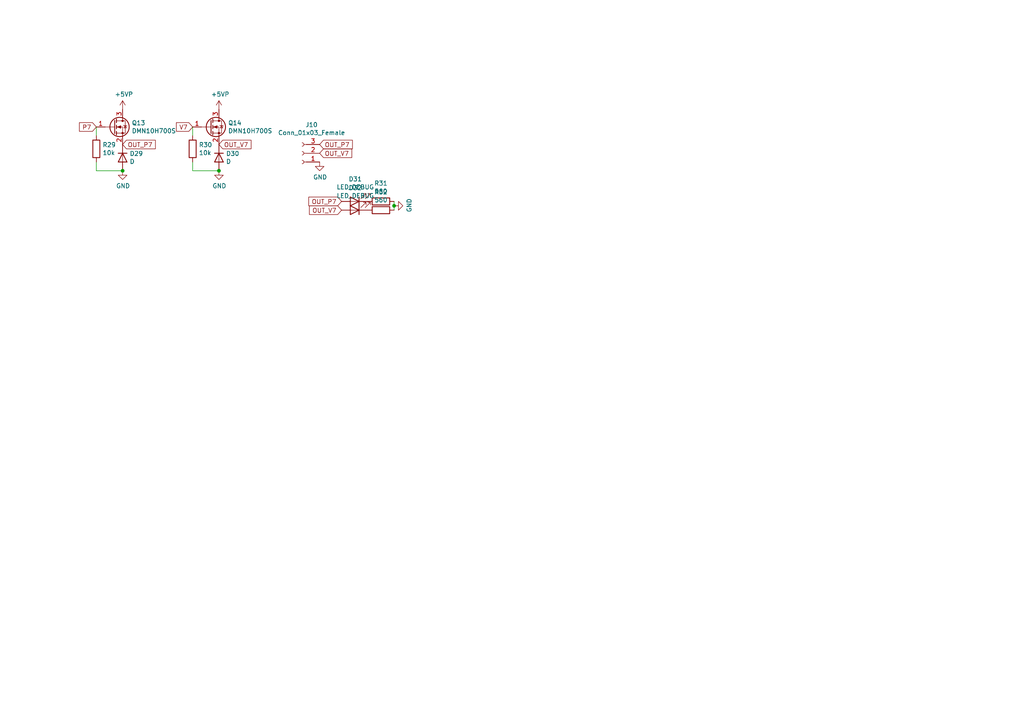
<source format=kicad_sch>
(kicad_sch (version 20211123) (generator eeschema)
  (paper "A4")
  (lib_symbols
    (symbol "Connector:Conn_01x03_Female" (pin_names (offset 1.016) hide)
      (property "Reference" "J" (at 0 5.08 0))
      (property "Value" "Conn_01x03_Female" (at 0 -5.08 0))
      (symbol "Conn_01x03_Female_1_1"
        (arc (start 0 -2.032) (mid -0.508 -2.54) (end 0 -3.048) (stroke (width 0.1524)))
        (polyline (pts (xy -1.27 -2.54) (xy -0.508 -2.54)) (stroke (width 0.1524)))
        (polyline (pts (xy -1.27 0) (xy -0.508 0)) (stroke (width 0.1524)))
        (polyline (pts (xy -1.27 2.54) (xy -0.508 2.54)) (stroke (width 0.1524)))
        (arc (start 0 0.508) (mid -0.508 0) (end 0 -0.508) (stroke (width 0.1524)))
        (arc (start 0 3.048) (mid -0.508 2.54) (end 0 2.032) (stroke (width 0.1524)))
        (pin passive line (at -5.08 2.54 0) (length 3.81) (name "Pin_1") (number "1"))
        (pin passive line (at -5.08 0 0) (length 3.81) (name "Pin_2") (number "2"))
        (pin passive line (at -5.08 -2.54 0) (length 3.81) (name "Pin_3") (number "3"))
      )
    )
    (symbol "Device:D" (pin_numbers hide) (pin_names (offset 1.016) hide)
      (property "Reference" "D" (at 0 2.54 0))
      (property "Value" "D" (at 0 -2.54 0))
      (symbol "D_0_1"
        (polyline (pts (xy -1.27 1.27) (xy -1.27 -1.27)) (stroke (width 0.254)))
        (polyline (pts (xy 1.27 0) (xy -1.27 0)))
        (polyline (pts (xy 1.27 1.27) (xy 1.27 -1.27) (xy -1.27 0) (xy 1.27 1.27)) (stroke (width 0.254)))
      )
      (symbol "D_1_1"
        (pin passive line (at -3.81 0 0) (length 2.54) (name "K") (number "1"))
        (pin passive line (at 3.81 0 180) (length 2.54) (name "A") (number "2"))
      )
    )
    (symbol "Device:LED" (pin_numbers hide) (pin_names (offset 1.016) hide)
      (property "Reference" "D" (at 0 2.54 0))
      (property "Value" "LED" (at 0 -2.54 0))
      (symbol "LED_0_1"
        (polyline (pts (xy -1.27 -1.27) (xy -1.27 1.27)) (stroke (width 0.254)))
        (polyline (pts (xy -1.27 0) (xy 1.27 0)))
        (polyline (pts (xy 1.27 -1.27) (xy 1.27 1.27) (xy -1.27 0) (xy 1.27 -1.27)) (stroke (width 0.254)))
        (polyline (pts (xy -3.048 -0.762) (xy -4.572 -2.286) (xy -3.81 -2.286) (xy -4.572 -2.286) (xy -4.572 -1.524)))
        (polyline (pts (xy -1.778 -0.762) (xy -3.302 -2.286) (xy -2.54 -2.286) (xy -3.302 -2.286) (xy -3.302 -1.524)))
      )
      (symbol "LED_1_1"
        (pin passive line (at -3.81 0 0) (length 2.54) (name "K") (number "1"))
        (pin passive line (at 3.81 0 180) (length 2.54) (name "A") (number "2"))
      )
    )
    (symbol "Device:R" (pin_numbers hide) (pin_names (offset 0))
      (property "Reference" "R" (at 2.032 0 90))
      (property "Value" "R" (at 0 0 90))
      (symbol "R_0_1"
        (rectangle (start -1.016 -2.54) (end 1.016 2.54) (stroke (width 0.254)))
      )
      (symbol "R_1_1"
        (pin passive line (at 0 3.81 270) (length 1.27) (name "~") (number "1"))
        (pin passive line (at 0 -3.81 90) (length 1.27) (name "~") (number "2"))
      )
    )
    (symbol "Transistor_FET:DMN10H700S" (pin_names hide)
      (property "Reference" "Q" (at 5.08 1.905 0))
      (property "Value" "DMN10H700S" (at 5.08 0 0))
      (symbol "DMN10H700S_0_1"
        (polyline (pts (xy 0.254 0) (xy -2.54 0)))
        (polyline (pts (xy 0.254 1.905) (xy 0.254 -1.905)) (stroke (width 0.254)))
        (polyline (pts (xy 0.762 -1.27) (xy 0.762 -2.286)) (stroke (width 0.254)))
        (polyline (pts (xy 0.762 0.508) (xy 0.762 -0.508)) (stroke (width 0.254)))
        (polyline (pts (xy 0.762 2.286) (xy 0.762 1.27)) (stroke (width 0.254)))
        (polyline (pts (xy 2.54 2.54) (xy 2.54 1.778)))
        (polyline (pts (xy 2.54 -2.54) (xy 2.54 0) (xy 0.762 0)))
        (polyline (pts (xy 0.762 -1.778) (xy 3.302 -1.778) (xy 3.302 1.778) (xy 0.762 1.778)))
        (polyline (pts (xy 1.016 0) (xy 2.032 0.381) (xy 2.032 -0.381) (xy 1.016 0)) (fill (type outline)))
        (polyline (pts (xy 2.794 0.508) (xy 2.921 0.381) (xy 3.683 0.381) (xy 3.81 0.254)))
        (polyline (pts (xy 3.302 0.381) (xy 2.921 -0.254) (xy 3.683 -0.254) (xy 3.302 0.381)))
        (circle (center 1.651 0) (radius 2.794) (stroke (width 0.254)))
        (circle (center 2.54 -1.778) (radius 0.254) (fill (type outline)))
        (circle (center 2.54 1.778) (radius 0.254) (fill (type outline)))
      )
      (symbol "DMN10H700S_1_1"
        (pin input line (at -5.08 0 0) (length 2.54) (name "G") (number "1"))
        (pin passive line (at 2.54 -5.08 90) (length 2.54) (name "S") (number "2"))
        (pin passive line (at 2.54 5.08 270) (length 2.54) (name "D") (number "3"))
      )
    )
    (symbol "power:+5VP" (power) (pin_names (offset 0))
      (property "Value" "+5VP" (at 0 3.556 0))
      (symbol "+5VP_0_1"
        (polyline (pts (xy -0.762 1.27) (xy 0 2.54)))
        (polyline (pts (xy 0 0) (xy 0 2.54)))
        (polyline (pts (xy 0 2.54) (xy 0.762 1.27)))
      )
      (symbol "+5VP_1_1"
        (pin power_in line (at 0 0 90) (length 0) hide (name "+5VP") (number "1"))
      )
    )
    (symbol "power:GND" (power) (pin_names (offset 0))
      (property "Value" "GND" (at 0 -3.81 0))
      (symbol "GND_0_1"
        (polyline (pts (xy 0 0) (xy 0 -1.27) (xy 1.27 -1.27) (xy 0 -2.54) (xy -1.27 -1.27) (xy 0 -1.27)))
      )
      (symbol "GND_1_1"
        (pin power_in line (at 0 0 270) (length 0) hide (name "GND") (number "1"))
      )
    )
  )
  (junction (at 35.56 49.53))
  (junction (at 114.3 59.69))
  (junction (at 63.5 49.53))
  (wire (pts (xy 55.88 39.37) (xy 55.88 36.83)))
  (wire (pts (xy 55.88 49.53) (xy 63.5 49.53)))
  (wire (pts (xy 114.3 59.69) (xy 114.3 60.96)))
  (wire (pts (xy 27.94 39.37) (xy 27.94 36.83)))
  (wire (pts (xy 114.3 58.42) (xy 114.3 59.69)))
  (wire (pts (xy 27.94 49.53) (xy 35.56 49.53)))
  (wire (pts (xy 27.94 46.99) (xy 27.94 49.53)))
  (wire (pts (xy 55.88 46.99) (xy 55.88 49.53)))
  (global_label "P7" (shape input) (at 27.94 36.83 180) (property "Intersheet References" "${INTERSHEET_REFS}" (effects hide)))
  (global_label "OUT_P7" (shape input) (at 35.56 41.91 0) (property "Intersheet References" "${INTERSHEET_REFS}" (effects hide)))
  (global_label "OUT_P7" (shape input) (at 99.06 58.42 180) (property "Intersheet References" "${INTERSHEET_REFS}" (effects hide)))
  (global_label "OUT_V7" (shape input) (at 63.5 41.91 0) (property "Intersheet References" "${INTERSHEET_REFS}" (effects hide)))
  (global_label "OUT_P7" (shape input) (at 92.71 41.91 0) (property "Intersheet References" "${INTERSHEET_REFS}" (effects hide)))
  (global_label "V7" (shape input) (at 55.88 36.83 180) (property "Intersheet References" "${INTERSHEET_REFS}" (effects hide)))
  (global_label "OUT_V7" (shape input) (at 92.71 44.45 0) (property "Intersheet References" "${INTERSHEET_REFS}" (effects hide)))
  (global_label "OUT_V7" (shape input) (at 99.06 60.96 180) (property "Intersheet References" "${INTERSHEET_REFS}" (effects hide)))
  (symbol (lib_id "Device:R") (at 110.49 58.42 270)
    (property "Reference" "R31" (at 110.49 53.1622 90))
    (property "Value" "560" (at 110.49 55.4736 90))
    (property "Footprint" "Resistor_SMD:R_0805_2012Metric_Pad1.20x1.40mm_HandSolder" (effects hide))
  )
  (symbol (lib_id "power:GND") (at 35.56 49.53 0)
    (property "Reference" "#PWR060" (effects hide))
    (property "Value" "GND" (at 35.687 53.9242 0))
  )
  (symbol (lib_id "Device:R") (at 27.94 43.18 180)
    (property "Reference" "R29" (at 29.718 42.0116 0) (effects (justify right)))
    (property "Value" "10k" (at 29.718 44.323 0) (effects (justify right)))
    (property "Footprint" "Resistor_SMD:R_0805_2012Metric_Pad1.20x1.40mm_HandSolder" (effects hide))
  )
  (symbol (lib_id "power:+5VP") (at 35.56 31.75 0)
    (property "Reference" "#PWR059" (effects hide))
    (property "Value" "+5VP" (at 35.941 27.3558 0))
  )
  (symbol (lib_id "Device:D") (at 35.56 45.72 270)
    (property "Reference" "D29" (at 37.592 44.5516 90) (effects (justify left)))
    (property "Value" "D" (at 37.592 46.863 90) (effects (justify left)))
    (property "Footprint" "Diode_SMD:D_SOD-123" (effects hide))
  )
  (symbol (lib_id "Transistor_FET:DMN10H700S") (at 60.96 36.83 0)
    (property "Reference" "Q14" (at 66.1416 35.6616 0) (effects (justify left)))
    (property "Value" "DMN10H700S" (at 66.1416 37.973 0) (effects (justify left)))
    (property "Footprint" "Package_TO_SOT_SMD:SOT-23" (effects hide))
    (property "Datasheet" "http://www.diodes.com/assets/Datasheets/DMN10H700S.pdf" (effects hide))
  )
  (symbol (lib_id "Device:LED") (at 102.87 58.42 180)
    (property "Reference" "D31" (at 103.0478 51.943 0))
    (property "Value" "LED_DEBUG" (at 103.0478 54.2544 0))
    (property "Footprint" "LED_SMD:LED_0805_2012Metric_Pad1.15x1.40mm_HandSolder" (effects hide))
  )
  (symbol (lib_id "Transistor_FET:DMN10H700S") (at 33.02 36.83 0)
    (property "Reference" "Q13" (at 38.2016 35.6616 0) (effects (justify left)))
    (property "Value" "DMN10H700S" (at 38.2016 37.973 0) (effects (justify left)))
    (property "Footprint" "Package_TO_SOT_SMD:SOT-23" (effects hide))
    (property "Datasheet" "http://www.diodes.com/assets/Datasheets/DMN10H700S.pdf" (effects hide))
  )
  (symbol (lib_id "Device:R") (at 55.88 43.18 180)
    (property "Reference" "R30" (at 57.658 42.0116 0) (effects (justify right)))
    (property "Value" "10k" (at 57.658 44.323 0) (effects (justify right)))
    (property "Footprint" "Resistor_SMD:R_0805_2012Metric_Pad1.20x1.40mm_HandSolder" (effects hide))
  )
  (symbol (lib_id "power:+5VP") (at 63.5 31.75 0)
    (property "Reference" "#PWR061" (effects hide))
    (property "Value" "+5VP" (at 63.881 27.3558 0))
  )
  (symbol (lib_id "Device:D") (at 63.5 45.72 270)
    (property "Reference" "D30" (at 65.532 44.5516 90) (effects (justify left)))
    (property "Value" "D" (at 65.532 46.863 90) (effects (justify left)))
    (property "Footprint" "Diode_SMD:D_SOD-123" (effects hide))
  )
  (symbol (lib_id "Connector:Conn_01x03_Female") (at 87.63 44.45 180)
    (property "Reference" "J10" (at 90.3732 36.195 0))
    (property "Value" "Conn_01x03_Female" (at 90.3732 38.5064 0))
    (property "Footprint" "AREA_lib_Connector:Wuerth_2.54mm_3pins_61900311121" (effects hide))
  )
  (symbol (lib_id "power:GND") (at 92.71 46.99 0)
    (property "Reference" "#PWR063" (effects hide))
    (property "Value" "GND" (at 92.837 51.3842 0))
  )
  (symbol (lib_id "Device:LED") (at 102.87 60.96 180)
    (property "Reference" "D32" (at 103.0478 54.483 0))
    (property "Value" "LED_DEBUG" (at 103.0478 56.7944 0))
    (property "Footprint" "LED_SMD:LED_0805_2012Metric_Pad1.15x1.40mm_HandSolder" (effects hide))
  )
  (symbol (lib_id "power:GND") (at 63.5 49.53 0)
    (property "Reference" "#PWR062" (effects hide))
    (property "Value" "GND" (at 63.627 53.9242 0))
  )
  (symbol (lib_id "Device:R") (at 110.49 60.96 270)
    (property "Reference" "R32" (at 110.49 55.7022 90))
    (property "Value" "560" (at 110.49 58.0136 90))
    (property "Footprint" "Resistor_SMD:R_0805_2012Metric_Pad1.20x1.40mm_HandSolder" (effects hide))
  )
  (symbol (lib_id "power:GND") (at 114.3 59.69 90)
    (property "Reference" "#PWR064" (effects hide))
    (property "Value" "GND" (at 118.6942 59.563 0))
  )
)
</source>
